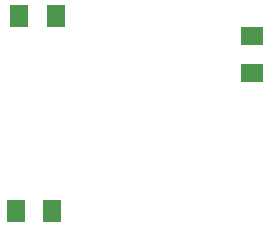
<source format=gtp>
G04 MADE WITH FRITZING*
G04 WWW.FRITZING.ORG*
G04 DOUBLE SIDED*
G04 HOLES PLATED*
G04 CONTOUR ON CENTER OF CONTOUR VECTOR*
%ASAXBY*%
%FSLAX23Y23*%
%MOIN*%
%OFA0B0*%
%SFA1.0B1.0*%
%ADD10R,0.062992X0.074803*%
%ADD11R,0.074803X0.062992*%
%LNPASTEMASK1*%
G90*
G70*
G54D10*
X609Y465D03*
X731Y465D03*
G54D11*
X1396Y1049D03*
X1396Y927D03*
G54D10*
X621Y1115D03*
X743Y1115D03*
G04 End of PasteMask1*
M02*
</source>
